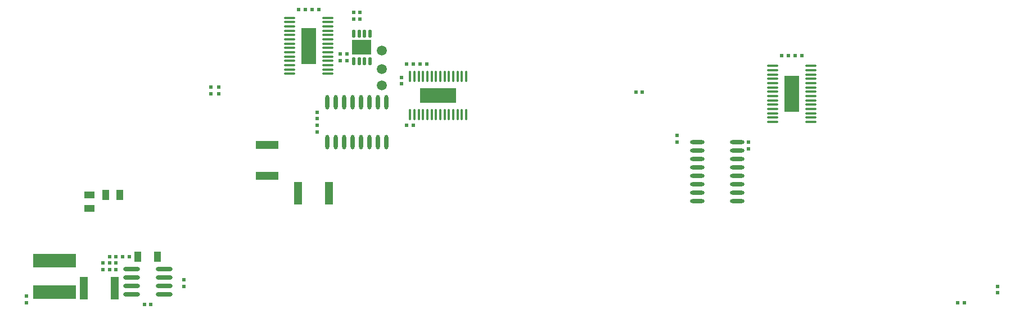
<source format=gtp>
G04 Layer_Color=8421504*
%FSLAX44Y44*%
%MOMM*%
G71*
G01*
G75*
%ADD10C,1.5000*%
%ADD11R,0.6000X0.6000*%
%ADD12R,0.6000X0.6000*%
%ADD13R,1.1000X1.6000*%
%ADD14R,1.0000X1.5000*%
%ADD15R,1.3000X3.5000*%
%ADD16R,3.5000X1.3000*%
%ADD17R,6.5000X2.0000*%
%ADD18R,1.5000X1.0000*%
%ADD19O,0.3500X1.7000*%
%ADD20R,5.5000X2.2000*%
%ADD21O,2.5000X0.7000*%
G04:AMPARAMS|DCode=22|XSize=1.2mm|YSize=0.5mm|CornerRadius=0.125mm|HoleSize=0mm|Usage=FLASHONLY|Rotation=90.000|XOffset=0mm|YOffset=0mm|HoleType=Round|Shape=RoundedRectangle|*
%AMROUNDEDRECTD22*
21,1,1.2000,0.2500,0,0,90.0*
21,1,0.9500,0.5000,0,0,90.0*
1,1,0.2500,0.1250,0.4750*
1,1,0.2500,0.1250,-0.4750*
1,1,0.2500,-0.1250,-0.4750*
1,1,0.2500,-0.1250,0.4750*
%
%ADD22ROUNDEDRECTD22*%
%ADD23R,3.0000X2.3000*%
%ADD24O,1.7000X0.3500*%
%ADD25R,2.2000X5.5000*%
%ADD26O,0.6000X2.1500*%
%ADD27O,2.1500X0.6000*%
D10*
X597500Y357500D02*
D03*
Y332500D02*
D03*
Y385000D02*
D03*
D11*
X627500Y335000D02*
D03*
Y345000D02*
D03*
X197500Y55000D02*
D03*
Y65000D02*
D03*
X300000Y30000D02*
D03*
Y40000D02*
D03*
X500000Y262500D02*
D03*
Y272500D02*
D03*
Y282500D02*
D03*
Y292500D02*
D03*
X1042500Y247500D02*
D03*
Y257500D02*
D03*
X1150000Y237500D02*
D03*
Y247500D02*
D03*
X352500Y330000D02*
D03*
Y320000D02*
D03*
X340000Y330000D02*
D03*
Y320000D02*
D03*
X62500Y5000D02*
D03*
Y15000D02*
D03*
X1525000Y30000D02*
D03*
Y20000D02*
D03*
D12*
X250000Y2500D02*
D03*
X240000D02*
D03*
X177500Y65000D02*
D03*
X187500D02*
D03*
X565000Y442500D02*
D03*
X555000D02*
D03*
X492500Y447500D02*
D03*
X502500D02*
D03*
X1220000Y377500D02*
D03*
X1230000D02*
D03*
X980000Y322500D02*
D03*
X990000D02*
D03*
X1475000Y5000D02*
D03*
X1465000D02*
D03*
X635000Y272500D02*
D03*
X645000D02*
D03*
X187500Y55000D02*
D03*
X177500D02*
D03*
X187500Y75000D02*
D03*
X197500D02*
D03*
X207500Y75000D02*
D03*
X217500D02*
D03*
X655000Y365000D02*
D03*
X665000D02*
D03*
X545000Y380000D02*
D03*
X535000D02*
D03*
X645000Y365000D02*
D03*
X635000D02*
D03*
X565000Y432500D02*
D03*
X555000D02*
D03*
X545000Y370000D02*
D03*
X535000D02*
D03*
X472500Y447500D02*
D03*
X482500D02*
D03*
X1200000Y377500D02*
D03*
X1210000D02*
D03*
D13*
X230000Y75000D02*
D03*
X260000D02*
D03*
D14*
X203000Y167500D02*
D03*
X182000D02*
D03*
D15*
X149300Y27500D02*
D03*
X195700D02*
D03*
X471800Y170000D02*
D03*
X518200D02*
D03*
D16*
X425000Y196800D02*
D03*
Y243200D02*
D03*
D17*
X105000Y21500D02*
D03*
Y68500D02*
D03*
D18*
X157500Y168000D02*
D03*
Y147000D02*
D03*
D19*
X718250Y346000D02*
D03*
X711750D02*
D03*
X705250D02*
D03*
X698750D02*
D03*
X692250D02*
D03*
X685750D02*
D03*
X679250D02*
D03*
X672750D02*
D03*
X666250D02*
D03*
X659750D02*
D03*
X653250D02*
D03*
X646750D02*
D03*
X640250D02*
D03*
X724750D02*
D03*
X692250Y289000D02*
D03*
X698750D02*
D03*
X705250D02*
D03*
X711750D02*
D03*
X718250D02*
D03*
X724750D02*
D03*
X640250D02*
D03*
X646750D02*
D03*
X653250D02*
D03*
X659750D02*
D03*
X666250D02*
D03*
X672750D02*
D03*
X679250D02*
D03*
X685750D02*
D03*
D20*
X682500Y317500D02*
D03*
D21*
X221000Y55600D02*
D03*
Y42900D02*
D03*
Y30200D02*
D03*
Y17500D02*
D03*
X270000Y55600D02*
D03*
Y42900D02*
D03*
Y30200D02*
D03*
Y17500D02*
D03*
D22*
X555500Y369000D02*
D03*
X563500D02*
D03*
X571500D02*
D03*
X579500D02*
D03*
X555500Y411000D02*
D03*
X579500D02*
D03*
X571500D02*
D03*
X563500D02*
D03*
D23*
X567500Y390000D02*
D03*
D24*
X516000Y356750D02*
D03*
Y363250D02*
D03*
Y369750D02*
D03*
Y376250D02*
D03*
Y382750D02*
D03*
Y389250D02*
D03*
Y395750D02*
D03*
Y402250D02*
D03*
Y408750D02*
D03*
Y415250D02*
D03*
Y421750D02*
D03*
Y428250D02*
D03*
Y434750D02*
D03*
Y350250D02*
D03*
X459000Y382750D02*
D03*
Y376250D02*
D03*
Y369750D02*
D03*
Y363250D02*
D03*
Y356750D02*
D03*
Y350250D02*
D03*
Y434750D02*
D03*
Y428250D02*
D03*
Y421750D02*
D03*
Y415250D02*
D03*
Y408750D02*
D03*
Y402250D02*
D03*
Y395750D02*
D03*
Y389250D02*
D03*
X1243500Y284250D02*
D03*
Y290750D02*
D03*
Y297250D02*
D03*
Y303750D02*
D03*
Y310250D02*
D03*
Y316750D02*
D03*
Y323250D02*
D03*
Y329750D02*
D03*
Y336250D02*
D03*
Y342750D02*
D03*
Y349250D02*
D03*
Y355750D02*
D03*
Y362250D02*
D03*
Y277750D02*
D03*
X1186500Y310250D02*
D03*
Y303750D02*
D03*
Y297250D02*
D03*
Y290750D02*
D03*
Y284250D02*
D03*
Y277750D02*
D03*
Y362250D02*
D03*
Y355750D02*
D03*
Y349250D02*
D03*
Y342750D02*
D03*
Y336250D02*
D03*
Y329750D02*
D03*
Y323250D02*
D03*
Y316750D02*
D03*
D25*
X487500Y392500D02*
D03*
X1215000Y320000D02*
D03*
D26*
X515550Y247500D02*
D03*
X528250D02*
D03*
X540950D02*
D03*
X553650D02*
D03*
X566350D02*
D03*
X579050D02*
D03*
X591750D02*
D03*
X604450D02*
D03*
X515550Y307500D02*
D03*
X528250D02*
D03*
X540950D02*
D03*
X553650D02*
D03*
X566350D02*
D03*
X579050D02*
D03*
X591750D02*
D03*
X604450D02*
D03*
D27*
X1072500Y246950D02*
D03*
Y234250D02*
D03*
Y221550D02*
D03*
Y208850D02*
D03*
Y196150D02*
D03*
Y183450D02*
D03*
Y170750D02*
D03*
Y158050D02*
D03*
X1132500Y246950D02*
D03*
Y234250D02*
D03*
Y221550D02*
D03*
Y208850D02*
D03*
Y196150D02*
D03*
Y183450D02*
D03*
Y170750D02*
D03*
Y158050D02*
D03*
M02*

</source>
